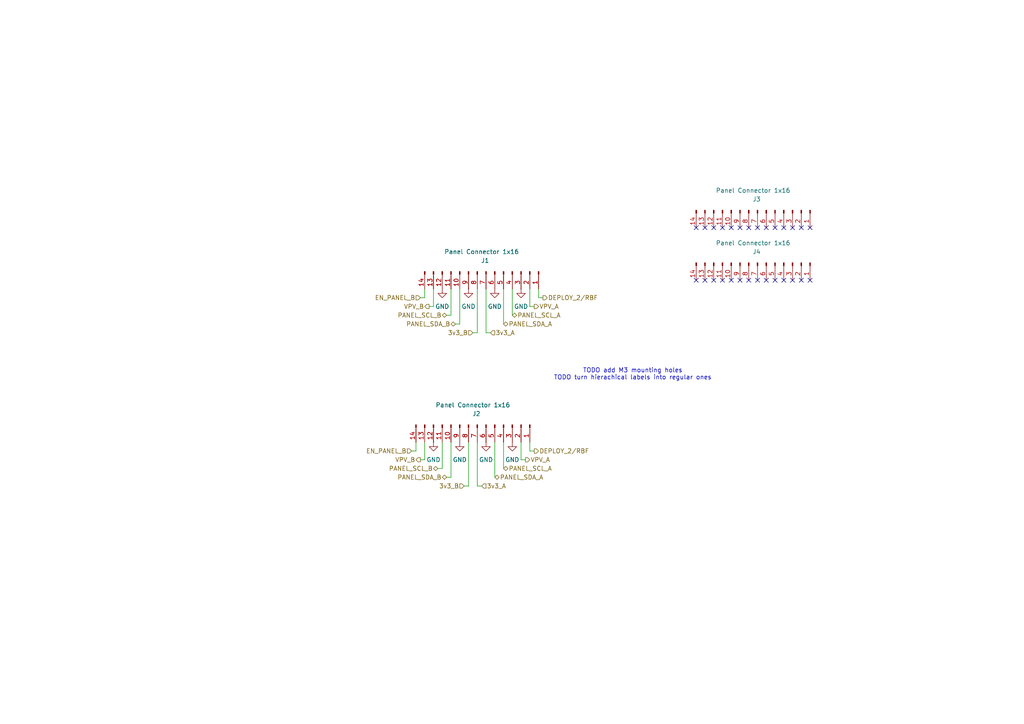
<source format=kicad_sch>
(kicad_sch (version 20231120) (generator "eeschema") (generator_version "8.0")
  (paper "A4")
  (title_block (title "bac Panel Hatch v1") (date "2024-10-06") (rev "1") (company "Build a CubeSat") (comment 1 "Manuel Imboden") (comment 2 "CC BY-SA 4.0") (comment 3 "https://buildacubesat.space"))
  (lib_symbols
    (symbol "Connector:Conn_01x14_Pin" (pin_names (offset 1.016) hide)
      (property "Reference" "J" (at 0 17.78 0))
      (property "Value" "Conn_01x14_Pin" (at 0 -20.32 0))
      (symbol "Conn_01x14_Pin_1_1"
        (polyline (pts (xy 1.27 -17.78) (xy 0.8636 -17.78)) (stroke (width 0.1524)))
        (polyline (pts (xy 1.27 -15.24) (xy 0.8636 -15.24)) (stroke (width 0.1524)))
        (polyline (pts (xy 1.27 -12.7) (xy 0.8636 -12.7)) (stroke (width 0.1524)))
        (polyline (pts (xy 1.27 -10.16) (xy 0.8636 -10.16)) (stroke (width 0.1524)))
        (polyline (pts (xy 1.27 -7.62) (xy 0.8636 -7.62)) (stroke (width 0.1524)))
        (polyline (pts (xy 1.27 -5.08) (xy 0.8636 -5.08)) (stroke (width 0.1524)))
        (polyline (pts (xy 1.27 -2.54) (xy 0.8636 -2.54)) (stroke (width 0.1524)))
        (polyline (pts (xy 1.27 0) (xy 0.8636 0)) (stroke (width 0.1524)))
        (polyline (pts (xy 1.27 2.54) (xy 0.8636 2.54)) (stroke (width 0.1524)))
        (polyline (pts (xy 1.27 5.08) (xy 0.8636 5.08)) (stroke (width 0.1524)))
        (polyline (pts (xy 1.27 7.62) (xy 0.8636 7.62)) (stroke (width 0.1524)))
        (polyline (pts (xy 1.27 10.16) (xy 0.8636 10.16)) (stroke (width 0.1524)))
        (polyline (pts (xy 1.27 12.7) (xy 0.8636 12.7)) (stroke (width 0.1524)))
        (polyline (pts (xy 1.27 15.24) (xy 0.8636 15.24)) (stroke (width 0.1524)))
        (rectangle (start 0.8636 -17.653) (end 0 -17.907) (stroke (width 0.1524)) (fill (type outline)))
        (rectangle (start 0.8636 -15.113) (end 0 -15.367) (stroke (width 0.1524)) (fill (type outline)))
        (rectangle (start 0.8636 -12.573) (end 0 -12.827) (stroke (width 0.1524)) (fill (type outline)))
        (rectangle (start 0.8636 -10.033) (end 0 -10.287) (stroke (width 0.1524)) (fill (type outline)))
        (rectangle (start 0.8636 -7.493) (end 0 -7.747) (stroke (width 0.1524)) (fill (type outline)))
        (rectangle (start 0.8636 -4.953) (end 0 -5.207) (stroke (width 0.1524)) (fill (type outline)))
        (rectangle (start 0.8636 -2.413) (end 0 -2.667) (stroke (width 0.1524)) (fill (type outline)))
        (rectangle (start 0.8636 0.127) (end 0 -0.127) (stroke (width 0.1524)) (fill (type outline)))
        (rectangle (start 0.8636 2.667) (end 0 2.413) (stroke (width 0.1524)) (fill (type outline)))
        (rectangle (start 0.8636 5.207) (end 0 4.953) (stroke (width 0.1524)) (fill (type outline)))
        (rectangle (start 0.8636 7.747) (end 0 7.493) (stroke (width 0.1524)) (fill (type outline)))
        (rectangle (start 0.8636 10.287) (end 0 10.033) (stroke (width 0.1524)) (fill (type outline)))
        (rectangle (start 0.8636 12.827) (end 0 12.573) (stroke (width 0.1524)) (fill (type outline)))
        (rectangle (start 0.8636 15.367) (end 0 15.113) (stroke (width 0.1524)) (fill (type outline)))
        (pin passive line (at 5.08 15.24 180) (length 3.81) (name "Pin_1") (number "1"))
        (pin passive line (at 5.08 -7.62 180) (length 3.81) (name "Pin_10") (number "10"))
        (pin passive line (at 5.08 -10.16 180) (length 3.81) (name "Pin_11") (number "11"))
        (pin passive line (at 5.08 -12.7 180) (length 3.81) (name "Pin_12") (number "12"))
        (pin passive line (at 5.08 -15.24 180) (length 3.81) (name "Pin_13") (number "13"))
        (pin passive line (at 5.08 -17.78 180) (length 3.81) (name "Pin_14") (number "14"))
        (pin passive line (at 5.08 12.7 180) (length 3.81) (name "Pin_2") (number "2"))
        (pin passive line (at 5.08 10.16 180) (length 3.81) (name "Pin_3") (number "3"))
        (pin passive line (at 5.08 7.62 180) (length 3.81) (name "Pin_4") (number "4"))
        (pin passive line (at 5.08 5.08 180) (length 3.81) (name "Pin_5") (number "5"))
        (pin passive line (at 5.08 2.54 180) (length 3.81) (name "Pin_6") (number "6"))
        (pin passive line (at 5.08 0 180) (length 3.81) (name "Pin_7") (number "7"))
        (pin passive line (at 5.08 -2.54 180) (length 3.81) (name "Pin_8") (number "8"))
        (pin passive line (at 5.08 -5.08 180) (length 3.81) (name "Pin_9") (number "9"))
      )
    )
    (symbol "power:GND" (power) (pin_numbers hide) (pin_names (offset 0) hide)
      (property "Value" "GND" (at 0 -3.81 0))
      (symbol "GND_0_1"
        (polyline (pts (xy 0 0) (xy 0 -1.27) (xy 1.27 -1.27) (xy 0 -2.54) (xy -1.27 -1.27) (xy 0 -1.27)))
      )
      (symbol "GND_1_1"
        (pin power_in line (at 0 0 270) (length 0) (name "~") (number "1"))
      )
    )
  )
  (no_connect (at 209.55 66.04))
  (no_connect (at 229.87 81.28))
  (no_connect (at 222.25 81.28))
  (no_connect (at 204.47 66.04))
  (no_connect (at 201.93 81.28))
  (no_connect (at 214.63 66.04))
  (no_connect (at 217.17 66.04))
  (no_connect (at 207.01 81.28))
  (no_connect (at 204.47 81.28))
  (no_connect (at 217.17 81.28))
  (no_connect (at 207.01 66.04))
  (no_connect (at 229.87 66.04))
  (no_connect (at 212.09 81.28))
  (no_connect (at 227.33 81.28))
  (no_connect (at 224.79 66.04))
  (no_connect (at 219.71 81.28))
  (no_connect (at 234.95 81.28))
  (no_connect (at 214.63 81.28))
  (no_connect (at 227.33 66.04))
  (no_connect (at 232.41 81.28))
  (no_connect (at 232.41 66.04))
  (no_connect (at 234.95 66.04))
  (no_connect (at 209.55 81.28))
  (no_connect (at 222.25 66.04))
  (no_connect (at 219.71 66.04))
  (no_connect (at 212.09 66.04))
  (no_connect (at 224.79 81.28))
  (no_connect (at 201.93 66.04))
  (wire (pts (xy 120.65 128.27) (xy 120.65 130.81)))
  (wire (pts (xy 130.81 83.82) (xy 130.81 91.44)))
  (wire (pts (xy 153.67 130.81) (xy 153.67 128.27)))
  (wire (pts (xy 153.67 88.9) (xy 153.67 83.82)))
  (wire (pts (xy 128.27 135.89) (xy 127 135.89)))
  (wire (pts (xy 153.67 88.9) (xy 154.94 88.9)))
  (wire (pts (xy 123.19 128.27) (xy 123.19 133.35)))
  (wire (pts (xy 125.73 83.82) (xy 125.73 88.9)))
  (wire (pts (xy 123.19 133.35) (xy 121.92 133.35)))
  (wire (pts (xy 128.27 128.27) (xy 128.27 135.89)))
  (wire (pts (xy 123.19 83.82) (xy 123.19 86.36)))
  (wire (pts (xy 140.97 96.52) (xy 140.97 83.82)))
  (wire (pts (xy 154.94 130.81) (xy 153.67 130.81)))
  (wire (pts (xy 152.4 133.35) (xy 151.13 133.35)))
  (wire (pts (xy 156.21 86.36) (xy 156.21 83.82)))
  (wire (pts (xy 137.16 96.52) (xy 138.43 96.52)))
  (wire (pts (xy 157.48 86.36) (xy 156.21 86.36)))
  (wire (pts (xy 125.73 88.9) (xy 124.46 88.9)))
  (wire (pts (xy 133.35 83.82) (xy 133.35 93.98)))
  (wire (pts (xy 120.65 130.81) (xy 119.38 130.81)))
  (wire (pts (xy 148.59 83.82) (xy 148.59 91.44)))
  (wire (pts (xy 133.35 93.98) (xy 132.08 93.98)))
  (wire (pts (xy 130.81 128.27) (xy 130.81 138.43)))
  (wire (pts (xy 138.43 83.82) (xy 138.43 96.52)))
  (wire (pts (xy 123.19 86.36) (xy 121.92 86.36)))
  (wire (pts (xy 142.24 96.52) (xy 140.97 96.52)))
  (wire (pts (xy 139.7 140.97) (xy 138.43 140.97)))
  (wire (pts (xy 146.05 128.27) (xy 146.05 135.89)))
  (wire (pts (xy 143.51 128.27) (xy 143.51 138.43)))
  (wire (pts (xy 146.05 83.82) (xy 146.05 93.98)))
  (wire (pts (xy 134.62 140.97) (xy 135.89 140.97)))
  (wire (pts (xy 130.81 91.44) (xy 129.54 91.44)))
  (wire (pts (xy 138.43 140.97) (xy 138.43 128.27)))
  (wire (pts (xy 135.89 128.27) (xy 135.89 140.97)))
  (wire (pts (xy 130.81 138.43) (xy 129.54 138.43)))
  (wire (pts (xy 151.13 133.35) (xy 151.13 128.27)))
  (text "TODO add M3 mounting holes\nTODO turn hierachical labels into regular ones" (at 183.515 108.585 0) (effects (font (size 1.27 1.27))))
  (hierarchical_label "DEPLOY_2{slash}RBF" (shape output) (at 154.94 130.81 0))
  (hierarchical_label "EN_PANEL_B" (shape input) (at 119.38 130.81 180))
  (hierarchical_label "VPV_A" (shape output) (at 152.4 133.35 0))
  (hierarchical_label "DEPLOY_2{slash}RBF" (shape output) (at 157.48 86.36 0))
  (hierarchical_label "VPV_B" (shape output) (at 121.92 133.35 180))
  (hierarchical_label "PANEL_SDA_A" (shape bidirectional) (at 143.51 138.43 0))
  (hierarchical_label "VPV_B" (shape output) (at 124.46 88.9 180))
  (hierarchical_label "3v3_A" (shape input) (at 142.24 96.52 0))
  (hierarchical_label "3v3_B" (shape input) (at 137.16 96.52 180))
  (hierarchical_label "3v3_A" (shape input) (at 139.7 140.97 0))
  (hierarchical_label "PANEL_SCL_B" (shape bidirectional) (at 129.54 91.44 180))
  (hierarchical_label "EN_PANEL_B" (shape input) (at 121.92 86.36 180))
  (hierarchical_label "VPV_A" (shape output) (at 154.94 88.9 0))
  (hierarchical_label "PANEL_SCL_B" (shape bidirectional) (at 127 135.89 180))
  (hierarchical_label "3v3_B" (shape input) (at 134.62 140.97 180))
  (hierarchical_label "PANEL_SCL_A" (shape bidirectional) (at 146.05 135.89 0))
  (hierarchical_label "PANEL_SDA_B" (shape bidirectional) (at 129.54 138.43 180))
  (hierarchical_label "PANEL_SCL_A" (shape bidirectional) (at 148.59 91.44 0))
  (hierarchical_label "PANEL_SDA_A" (shape bidirectional) (at 146.05 93.98 0))
  (hierarchical_label "PANEL_SDA_B" (shape bidirectional) (at 132.08 93.98 180))
  (symbol (lib_id "Connector:Conn_01x14_Pin") (at 219.71 60.96 270) (unit 1)
    (property "Reference" "J3" (at 219.456 57.785 90))
    (property "Value" "Panel Connector 1x16" (at 218.44 55.245 90))
    (property "Footprint" "bac EPS v1:bac-panel-v1-14P-pad-row" (effects (hide yes)))
    (property "Description" "Generic connector, single row, 01x14, script generated" (effects (hide yes)))
    (property "Position" "Ym" (effects (hide yes)))
  )
  (symbol (lib_id "Connector:Conn_01x14_Pin") (at 219.71 76.2 270) (unit 1)
    (property "Reference" "J4" (at 219.456 73.025 90))
    (property "Value" "Panel Connector 1x16" (at 218.44 70.485 90))
    (property "Footprint" "bac EPS v1:bac-panel-v1-14P-pad-row" (effects (hide yes)))
    (property "Description" "Generic connector, single row, 01x14, script generated" (effects (hide yes)))
    (property "Position" "Ym" (effects (hide yes)))
  )
  (symbol (lib_id "power:GND") (at 133.35 128.27 0) (unit 1)
    (property "Reference" "#PWR06" (effects (hide yes)))
    (property "Value" "GND" (at 133.35 133.35 0))
    (property "Description" "Power symbol creates a global label with name \"GND\" , ground" (effects (hide yes)))
  )
  (symbol (lib_id "power:GND") (at 151.13 83.82 0) (unit 1)
    (property "Reference" "#PWR04" (effects (hide yes)))
    (property "Value" "GND" (at 151.13 88.9 0))
    (property "Description" "Power symbol creates a global label with name \"GND\" , ground" (effects (hide yes)))
  )
  (symbol (lib_id "power:GND") (at 140.97 128.27 0) (unit 1)
    (property "Reference" "#PWR07" (effects (hide yes)))
    (property "Value" "GND" (at 140.97 133.35 0))
    (property "Description" "Power symbol creates a global label with name \"GND\" , ground" (effects (hide yes)))
  )
  (symbol (lib_id "power:GND") (at 128.27 83.82 0) (unit 1)
    (property "Reference" "#PWR01" (effects (hide yes)))
    (property "Value" "GND" (at 128.27 88.9 0))
    (property "Description" "Power symbol creates a global label with name \"GND\" , ground" (effects (hide yes)))
  )
  (symbol (lib_id "power:GND") (at 125.73 128.27 0) (unit 1)
    (property "Reference" "#PWR05" (effects (hide yes)))
    (property "Value" "GND" (at 125.73 133.35 0))
    (property "Description" "Power symbol creates a global label with name \"GND\" , ground" (effects (hide yes)))
  )
  (symbol (lib_id "power:GND") (at 148.59 128.27 0) (unit 1)
    (property "Reference" "#PWR08" (effects (hide yes)))
    (property "Value" "GND" (at 148.59 133.35 0))
    (property "Description" "Power symbol creates a global label with name \"GND\" , ground" (effects (hide yes)))
  )
  (symbol (lib_id "Connector:Conn_01x14_Pin") (at 138.43 123.19 270) (unit 1)
    (property "Reference" "J2" (at 138.176 120.015 90))
    (property "Value" "Panel Connector 1x16" (at 137.16 117.475 90))
    (property "Footprint" "bac EPS v1:bac-panel-v1-14P-pad-row" (effects (hide yes)))
    (property "Description" "Generic connector, single row, 01x14, script generated" (effects (hide yes)))
    (property "Position" "Ym" (effects (hide yes)))
  )
  (symbol (lib_id "power:GND") (at 143.51 83.82 0) (unit 1)
    (property "Reference" "#PWR03" (effects (hide yes)))
    (property "Value" "GND" (at 143.51 88.9 0))
    (property "Description" "Power symbol creates a global label with name \"GND\" , ground" (effects (hide yes)))
  )
  (symbol (lib_id "Connector:Conn_01x14_Pin") (at 140.97 78.74 270) (unit 1)
    (property "Reference" "J1" (at 140.716 75.565 90))
    (property "Value" "Panel Connector 1x16" (at 139.7 73.025 90))
    (property "Footprint" "bac EPS v1:bac-panel-v1-14P-pad-row" (effects (hide yes)))
    (property "Description" "Generic connector, single row, 01x14, script generated" (effects (hide yes)))
    (property "Position" "Ym" (effects (hide yes)))
  )
  (symbol (lib_id "power:GND") (at 135.89 83.82 0) (unit 1)
    (property "Reference" "#PWR02" (effects (hide yes)))
    (property "Value" "GND" (at 135.89 88.9 0))
    (property "Description" "Power symbol creates a global label with name \"GND\" , ground" (effects (hide yes)))
  )
)
</source>
